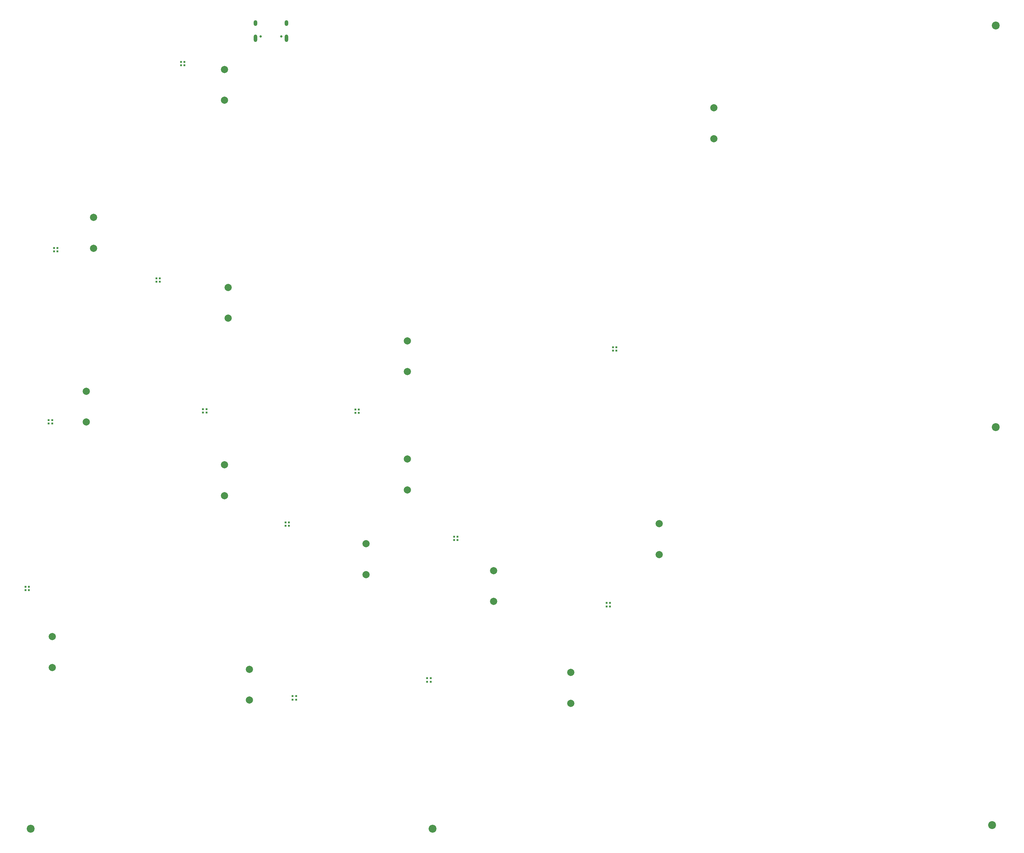
<source format=gts>
%TF.GenerationSoftware,KiCad,Pcbnew,(6.0.4)*%
%TF.CreationDate,2022-05-26T23:51:16-07:00*%
%TF.ProjectId,bot_R,626f745f-522e-46b6-9963-61645f706362,rev?*%
%TF.SameCoordinates,Original*%
%TF.FileFunction,Soldermask,Top*%
%TF.FilePolarity,Negative*%
%FSLAX46Y46*%
G04 Gerber Fmt 4.6, Leading zero omitted, Abs format (unit mm)*
G04 Created by KiCad (PCBNEW (6.0.4)) date 2022-05-26 23:51:16*
%MOMM*%
%LPD*%
G01*
G04 APERTURE LIST*
%ADD10C,2.000000*%
%ADD11C,2.200000*%
%ADD12R,0.550000X0.550000*%
%ADD13C,0.650000*%
%ADD14O,1.000000X1.600000*%
%ADD15O,1.000000X2.100000*%
G04 APERTURE END LIST*
D10*
%TO.C,TP13*%
X40500000Y-76500000D03*
%TD*%
%TO.C,TP21*%
X128000000Y-119525000D03*
%TD*%
%TO.C,TP27*%
X84000000Y-202500000D03*
%TD*%
%TO.C,TP22*%
X77000000Y-154100000D03*
%TD*%
%TO.C,TP6*%
X38500000Y-124975000D03*
%TD*%
D11*
%TO.C,H5*%
X23000000Y-247000000D03*
%TD*%
D12*
%TO.C,D14*%
X21525000Y-180475000D03*
X22475000Y-180475000D03*
X22475000Y-179525000D03*
X21525000Y-179525000D03*
%TD*%
%TO.C,D6*%
X133525000Y-205975000D03*
X134475000Y-205975000D03*
X134475000Y-205025000D03*
X133525000Y-205025000D03*
%TD*%
D10*
%TO.C,TP14*%
X77000000Y-43800000D03*
%TD*%
%TO.C,TP10*%
X213400000Y-45925000D03*
%TD*%
D11*
%TO.C,H4*%
X135000000Y-247000000D03*
%TD*%
%TO.C,H1*%
X292000000Y-23000000D03*
%TD*%
D10*
%TO.C,TP1*%
X128000000Y-110925000D03*
%TD*%
%TO.C,TP8*%
X116500000Y-167500000D03*
%TD*%
%TO.C,TP18*%
X173500000Y-212000000D03*
%TD*%
%TO.C,TP26*%
X29000000Y-202000000D03*
%TD*%
%TO.C,TP16*%
X198200000Y-170525000D03*
%TD*%
D12*
%TO.C,D12*%
X58050000Y-94450000D03*
X59000000Y-94450000D03*
X59000000Y-93500000D03*
X58050000Y-93500000D03*
%TD*%
D10*
%TO.C,TP23*%
X38500000Y-133575000D03*
%TD*%
%TO.C,TP17*%
X152000000Y-183600000D03*
%TD*%
D12*
%TO.C,D2*%
X64925000Y-34075000D03*
X65875000Y-34075000D03*
X65875000Y-33125000D03*
X64925000Y-33125000D03*
%TD*%
%TO.C,D4*%
X183525000Y-184975000D03*
X184475000Y-184975000D03*
X184475000Y-184025000D03*
X183525000Y-184025000D03*
%TD*%
D10*
%TO.C,TP11*%
X173500000Y-203400000D03*
%TD*%
%TO.C,TP25*%
X40500000Y-85100000D03*
%TD*%
%TO.C,TP15*%
X213400000Y-54525000D03*
%TD*%
%TO.C,TP3*%
X152000000Y-175000000D03*
%TD*%
D12*
%TO.C,D9*%
X113525000Y-130975000D03*
X114475000Y-130975000D03*
X114475000Y-130025000D03*
X113525000Y-130025000D03*
%TD*%
D11*
%TO.C,H2*%
X292000000Y-135000000D03*
%TD*%
D10*
%TO.C,TP5*%
X78000000Y-96000000D03*
%TD*%
D12*
%TO.C,D11*%
X28025000Y-133975000D03*
X28975000Y-133975000D03*
X28975000Y-133025000D03*
X28025000Y-133025000D03*
%TD*%
%TO.C,D7*%
X96025000Y-210975000D03*
X96975000Y-210975000D03*
X96975000Y-210025000D03*
X96025000Y-210025000D03*
%TD*%
D10*
%TO.C,TP7*%
X77000000Y-145500000D03*
%TD*%
%TO.C,TP28*%
X128000000Y-152500000D03*
%TD*%
D11*
%TO.C,H3*%
X291000000Y-246000000D03*
%TD*%
D10*
%TO.C,TP24*%
X78000000Y-104600000D03*
%TD*%
%TO.C,TP2*%
X29000000Y-193400000D03*
%TD*%
%TO.C,TP12*%
X198200000Y-161925000D03*
%TD*%
D12*
%TO.C,D13*%
X29525000Y-85975000D03*
X30475000Y-85975000D03*
X30475000Y-85025000D03*
X29525000Y-85025000D03*
%TD*%
D10*
%TO.C,TP19*%
X84000000Y-211100000D03*
%TD*%
D12*
%TO.C,D8*%
X94025000Y-162475000D03*
X94975000Y-162475000D03*
X94975000Y-161525000D03*
X94025000Y-161525000D03*
%TD*%
D10*
%TO.C,TP9*%
X128000000Y-143900000D03*
%TD*%
%TO.C,TP4*%
X77000000Y-35200000D03*
%TD*%
D12*
%TO.C,D10*%
X71050000Y-130950000D03*
X72000000Y-130950000D03*
X72000000Y-130000000D03*
X71050000Y-130000000D03*
%TD*%
%TO.C,D5*%
X141025000Y-166475000D03*
X141975000Y-166475000D03*
X141975000Y-165525000D03*
X141025000Y-165525000D03*
%TD*%
%TO.C,D3*%
X185325000Y-113675000D03*
X186275000Y-113675000D03*
X186275000Y-112725000D03*
X185325000Y-112725000D03*
%TD*%
D10*
%TO.C,TP20*%
X116500000Y-176100000D03*
%TD*%
D13*
%TO.C,J1*%
X87110000Y-25970000D03*
X92890000Y-25970000D03*
D14*
X94320000Y-22320000D03*
D15*
X85680000Y-26500000D03*
D14*
X85680000Y-22320000D03*
D15*
X94320000Y-26500000D03*
%TD*%
M02*

</source>
